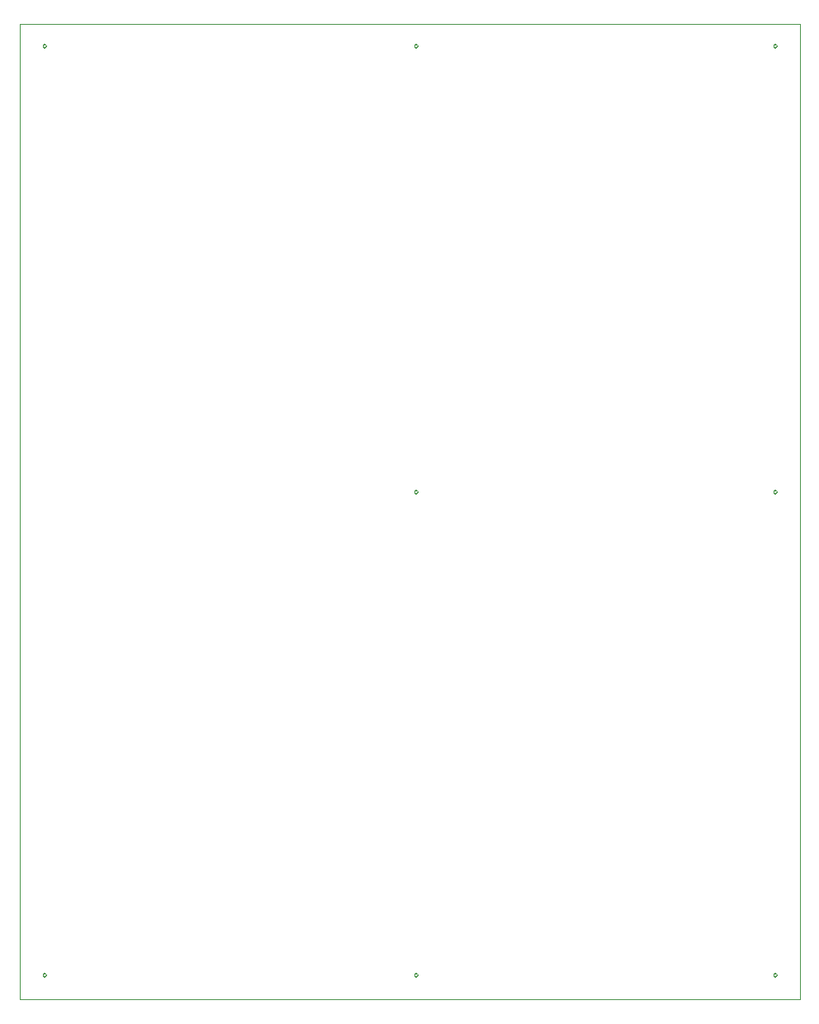
<source format=gbp>
G75*
%MOIN*%
%OFA0B0*%
%FSLAX25Y25*%
%IPPOS*%
%LPD*%
%AMOC8*
5,1,8,0,0,1.08239X$1,22.5*
%
%ADD10C,0.00000*%
D10*
X0001000Y0001000D02*
X0001000Y0394701D01*
X0315961Y0394701D01*
X0315961Y0001000D01*
X0001000Y0001000D01*
X0010311Y0011000D02*
X0010313Y0011052D01*
X0010319Y0011104D01*
X0010329Y0011155D01*
X0010342Y0011205D01*
X0010360Y0011255D01*
X0010381Y0011302D01*
X0010405Y0011348D01*
X0010434Y0011392D01*
X0010465Y0011434D01*
X0010499Y0011473D01*
X0010536Y0011510D01*
X0010576Y0011543D01*
X0010619Y0011574D01*
X0010663Y0011601D01*
X0010709Y0011625D01*
X0010758Y0011645D01*
X0010807Y0011661D01*
X0010858Y0011674D01*
X0010909Y0011683D01*
X0010961Y0011688D01*
X0011013Y0011689D01*
X0011065Y0011686D01*
X0011117Y0011679D01*
X0011168Y0011668D01*
X0011218Y0011654D01*
X0011267Y0011635D01*
X0011314Y0011613D01*
X0011359Y0011588D01*
X0011403Y0011559D01*
X0011444Y0011527D01*
X0011483Y0011492D01*
X0011518Y0011454D01*
X0011551Y0011413D01*
X0011581Y0011371D01*
X0011607Y0011326D01*
X0011630Y0011279D01*
X0011649Y0011230D01*
X0011665Y0011180D01*
X0011677Y0011130D01*
X0011685Y0011078D01*
X0011689Y0011026D01*
X0011689Y0010974D01*
X0011685Y0010922D01*
X0011677Y0010870D01*
X0011665Y0010820D01*
X0011649Y0010770D01*
X0011630Y0010721D01*
X0011607Y0010674D01*
X0011581Y0010629D01*
X0011551Y0010587D01*
X0011518Y0010546D01*
X0011483Y0010508D01*
X0011444Y0010473D01*
X0011403Y0010441D01*
X0011359Y0010412D01*
X0011314Y0010387D01*
X0011267Y0010365D01*
X0011218Y0010346D01*
X0011168Y0010332D01*
X0011117Y0010321D01*
X0011065Y0010314D01*
X0011013Y0010311D01*
X0010961Y0010312D01*
X0010909Y0010317D01*
X0010858Y0010326D01*
X0010807Y0010339D01*
X0010758Y0010355D01*
X0010709Y0010375D01*
X0010663Y0010399D01*
X0010619Y0010426D01*
X0010576Y0010457D01*
X0010536Y0010490D01*
X0010499Y0010527D01*
X0010465Y0010566D01*
X0010434Y0010608D01*
X0010405Y0010652D01*
X0010381Y0010698D01*
X0010360Y0010745D01*
X0010342Y0010795D01*
X0010329Y0010845D01*
X0010319Y0010896D01*
X0010313Y0010948D01*
X0010311Y0011000D01*
X0160311Y0011000D02*
X0160313Y0011052D01*
X0160319Y0011104D01*
X0160329Y0011155D01*
X0160342Y0011205D01*
X0160360Y0011255D01*
X0160381Y0011302D01*
X0160405Y0011348D01*
X0160434Y0011392D01*
X0160465Y0011434D01*
X0160499Y0011473D01*
X0160536Y0011510D01*
X0160576Y0011543D01*
X0160619Y0011574D01*
X0160663Y0011601D01*
X0160709Y0011625D01*
X0160758Y0011645D01*
X0160807Y0011661D01*
X0160858Y0011674D01*
X0160909Y0011683D01*
X0160961Y0011688D01*
X0161013Y0011689D01*
X0161065Y0011686D01*
X0161117Y0011679D01*
X0161168Y0011668D01*
X0161218Y0011654D01*
X0161267Y0011635D01*
X0161314Y0011613D01*
X0161359Y0011588D01*
X0161403Y0011559D01*
X0161444Y0011527D01*
X0161483Y0011492D01*
X0161518Y0011454D01*
X0161551Y0011413D01*
X0161581Y0011371D01*
X0161607Y0011326D01*
X0161630Y0011279D01*
X0161649Y0011230D01*
X0161665Y0011180D01*
X0161677Y0011130D01*
X0161685Y0011078D01*
X0161689Y0011026D01*
X0161689Y0010974D01*
X0161685Y0010922D01*
X0161677Y0010870D01*
X0161665Y0010820D01*
X0161649Y0010770D01*
X0161630Y0010721D01*
X0161607Y0010674D01*
X0161581Y0010629D01*
X0161551Y0010587D01*
X0161518Y0010546D01*
X0161483Y0010508D01*
X0161444Y0010473D01*
X0161403Y0010441D01*
X0161359Y0010412D01*
X0161314Y0010387D01*
X0161267Y0010365D01*
X0161218Y0010346D01*
X0161168Y0010332D01*
X0161117Y0010321D01*
X0161065Y0010314D01*
X0161013Y0010311D01*
X0160961Y0010312D01*
X0160909Y0010317D01*
X0160858Y0010326D01*
X0160807Y0010339D01*
X0160758Y0010355D01*
X0160709Y0010375D01*
X0160663Y0010399D01*
X0160619Y0010426D01*
X0160576Y0010457D01*
X0160536Y0010490D01*
X0160499Y0010527D01*
X0160465Y0010566D01*
X0160434Y0010608D01*
X0160405Y0010652D01*
X0160381Y0010698D01*
X0160360Y0010745D01*
X0160342Y0010795D01*
X0160329Y0010845D01*
X0160319Y0010896D01*
X0160313Y0010948D01*
X0160311Y0011000D01*
X0305311Y0011000D02*
X0305313Y0011052D01*
X0305319Y0011104D01*
X0305329Y0011155D01*
X0305342Y0011205D01*
X0305360Y0011255D01*
X0305381Y0011302D01*
X0305405Y0011348D01*
X0305434Y0011392D01*
X0305465Y0011434D01*
X0305499Y0011473D01*
X0305536Y0011510D01*
X0305576Y0011543D01*
X0305619Y0011574D01*
X0305663Y0011601D01*
X0305709Y0011625D01*
X0305758Y0011645D01*
X0305807Y0011661D01*
X0305858Y0011674D01*
X0305909Y0011683D01*
X0305961Y0011688D01*
X0306013Y0011689D01*
X0306065Y0011686D01*
X0306117Y0011679D01*
X0306168Y0011668D01*
X0306218Y0011654D01*
X0306267Y0011635D01*
X0306314Y0011613D01*
X0306359Y0011588D01*
X0306403Y0011559D01*
X0306444Y0011527D01*
X0306483Y0011492D01*
X0306518Y0011454D01*
X0306551Y0011413D01*
X0306581Y0011371D01*
X0306607Y0011326D01*
X0306630Y0011279D01*
X0306649Y0011230D01*
X0306665Y0011180D01*
X0306677Y0011130D01*
X0306685Y0011078D01*
X0306689Y0011026D01*
X0306689Y0010974D01*
X0306685Y0010922D01*
X0306677Y0010870D01*
X0306665Y0010820D01*
X0306649Y0010770D01*
X0306630Y0010721D01*
X0306607Y0010674D01*
X0306581Y0010629D01*
X0306551Y0010587D01*
X0306518Y0010546D01*
X0306483Y0010508D01*
X0306444Y0010473D01*
X0306403Y0010441D01*
X0306359Y0010412D01*
X0306314Y0010387D01*
X0306267Y0010365D01*
X0306218Y0010346D01*
X0306168Y0010332D01*
X0306117Y0010321D01*
X0306065Y0010314D01*
X0306013Y0010311D01*
X0305961Y0010312D01*
X0305909Y0010317D01*
X0305858Y0010326D01*
X0305807Y0010339D01*
X0305758Y0010355D01*
X0305709Y0010375D01*
X0305663Y0010399D01*
X0305619Y0010426D01*
X0305576Y0010457D01*
X0305536Y0010490D01*
X0305499Y0010527D01*
X0305465Y0010566D01*
X0305434Y0010608D01*
X0305405Y0010652D01*
X0305381Y0010698D01*
X0305360Y0010745D01*
X0305342Y0010795D01*
X0305329Y0010845D01*
X0305319Y0010896D01*
X0305313Y0010948D01*
X0305311Y0011000D01*
X0305311Y0206000D02*
X0305313Y0206052D01*
X0305319Y0206104D01*
X0305329Y0206155D01*
X0305342Y0206205D01*
X0305360Y0206255D01*
X0305381Y0206302D01*
X0305405Y0206348D01*
X0305434Y0206392D01*
X0305465Y0206434D01*
X0305499Y0206473D01*
X0305536Y0206510D01*
X0305576Y0206543D01*
X0305619Y0206574D01*
X0305663Y0206601D01*
X0305709Y0206625D01*
X0305758Y0206645D01*
X0305807Y0206661D01*
X0305858Y0206674D01*
X0305909Y0206683D01*
X0305961Y0206688D01*
X0306013Y0206689D01*
X0306065Y0206686D01*
X0306117Y0206679D01*
X0306168Y0206668D01*
X0306218Y0206654D01*
X0306267Y0206635D01*
X0306314Y0206613D01*
X0306359Y0206588D01*
X0306403Y0206559D01*
X0306444Y0206527D01*
X0306483Y0206492D01*
X0306518Y0206454D01*
X0306551Y0206413D01*
X0306581Y0206371D01*
X0306607Y0206326D01*
X0306630Y0206279D01*
X0306649Y0206230D01*
X0306665Y0206180D01*
X0306677Y0206130D01*
X0306685Y0206078D01*
X0306689Y0206026D01*
X0306689Y0205974D01*
X0306685Y0205922D01*
X0306677Y0205870D01*
X0306665Y0205820D01*
X0306649Y0205770D01*
X0306630Y0205721D01*
X0306607Y0205674D01*
X0306581Y0205629D01*
X0306551Y0205587D01*
X0306518Y0205546D01*
X0306483Y0205508D01*
X0306444Y0205473D01*
X0306403Y0205441D01*
X0306359Y0205412D01*
X0306314Y0205387D01*
X0306267Y0205365D01*
X0306218Y0205346D01*
X0306168Y0205332D01*
X0306117Y0205321D01*
X0306065Y0205314D01*
X0306013Y0205311D01*
X0305961Y0205312D01*
X0305909Y0205317D01*
X0305858Y0205326D01*
X0305807Y0205339D01*
X0305758Y0205355D01*
X0305709Y0205375D01*
X0305663Y0205399D01*
X0305619Y0205426D01*
X0305576Y0205457D01*
X0305536Y0205490D01*
X0305499Y0205527D01*
X0305465Y0205566D01*
X0305434Y0205608D01*
X0305405Y0205652D01*
X0305381Y0205698D01*
X0305360Y0205745D01*
X0305342Y0205795D01*
X0305329Y0205845D01*
X0305319Y0205896D01*
X0305313Y0205948D01*
X0305311Y0206000D01*
X0305311Y0386000D02*
X0305313Y0386052D01*
X0305319Y0386104D01*
X0305329Y0386155D01*
X0305342Y0386205D01*
X0305360Y0386255D01*
X0305381Y0386302D01*
X0305405Y0386348D01*
X0305434Y0386392D01*
X0305465Y0386434D01*
X0305499Y0386473D01*
X0305536Y0386510D01*
X0305576Y0386543D01*
X0305619Y0386574D01*
X0305663Y0386601D01*
X0305709Y0386625D01*
X0305758Y0386645D01*
X0305807Y0386661D01*
X0305858Y0386674D01*
X0305909Y0386683D01*
X0305961Y0386688D01*
X0306013Y0386689D01*
X0306065Y0386686D01*
X0306117Y0386679D01*
X0306168Y0386668D01*
X0306218Y0386654D01*
X0306267Y0386635D01*
X0306314Y0386613D01*
X0306359Y0386588D01*
X0306403Y0386559D01*
X0306444Y0386527D01*
X0306483Y0386492D01*
X0306518Y0386454D01*
X0306551Y0386413D01*
X0306581Y0386371D01*
X0306607Y0386326D01*
X0306630Y0386279D01*
X0306649Y0386230D01*
X0306665Y0386180D01*
X0306677Y0386130D01*
X0306685Y0386078D01*
X0306689Y0386026D01*
X0306689Y0385974D01*
X0306685Y0385922D01*
X0306677Y0385870D01*
X0306665Y0385820D01*
X0306649Y0385770D01*
X0306630Y0385721D01*
X0306607Y0385674D01*
X0306581Y0385629D01*
X0306551Y0385587D01*
X0306518Y0385546D01*
X0306483Y0385508D01*
X0306444Y0385473D01*
X0306403Y0385441D01*
X0306359Y0385412D01*
X0306314Y0385387D01*
X0306267Y0385365D01*
X0306218Y0385346D01*
X0306168Y0385332D01*
X0306117Y0385321D01*
X0306065Y0385314D01*
X0306013Y0385311D01*
X0305961Y0385312D01*
X0305909Y0385317D01*
X0305858Y0385326D01*
X0305807Y0385339D01*
X0305758Y0385355D01*
X0305709Y0385375D01*
X0305663Y0385399D01*
X0305619Y0385426D01*
X0305576Y0385457D01*
X0305536Y0385490D01*
X0305499Y0385527D01*
X0305465Y0385566D01*
X0305434Y0385608D01*
X0305405Y0385652D01*
X0305381Y0385698D01*
X0305360Y0385745D01*
X0305342Y0385795D01*
X0305329Y0385845D01*
X0305319Y0385896D01*
X0305313Y0385948D01*
X0305311Y0386000D01*
X0160311Y0386000D02*
X0160313Y0386052D01*
X0160319Y0386104D01*
X0160329Y0386155D01*
X0160342Y0386205D01*
X0160360Y0386255D01*
X0160381Y0386302D01*
X0160405Y0386348D01*
X0160434Y0386392D01*
X0160465Y0386434D01*
X0160499Y0386473D01*
X0160536Y0386510D01*
X0160576Y0386543D01*
X0160619Y0386574D01*
X0160663Y0386601D01*
X0160709Y0386625D01*
X0160758Y0386645D01*
X0160807Y0386661D01*
X0160858Y0386674D01*
X0160909Y0386683D01*
X0160961Y0386688D01*
X0161013Y0386689D01*
X0161065Y0386686D01*
X0161117Y0386679D01*
X0161168Y0386668D01*
X0161218Y0386654D01*
X0161267Y0386635D01*
X0161314Y0386613D01*
X0161359Y0386588D01*
X0161403Y0386559D01*
X0161444Y0386527D01*
X0161483Y0386492D01*
X0161518Y0386454D01*
X0161551Y0386413D01*
X0161581Y0386371D01*
X0161607Y0386326D01*
X0161630Y0386279D01*
X0161649Y0386230D01*
X0161665Y0386180D01*
X0161677Y0386130D01*
X0161685Y0386078D01*
X0161689Y0386026D01*
X0161689Y0385974D01*
X0161685Y0385922D01*
X0161677Y0385870D01*
X0161665Y0385820D01*
X0161649Y0385770D01*
X0161630Y0385721D01*
X0161607Y0385674D01*
X0161581Y0385629D01*
X0161551Y0385587D01*
X0161518Y0385546D01*
X0161483Y0385508D01*
X0161444Y0385473D01*
X0161403Y0385441D01*
X0161359Y0385412D01*
X0161314Y0385387D01*
X0161267Y0385365D01*
X0161218Y0385346D01*
X0161168Y0385332D01*
X0161117Y0385321D01*
X0161065Y0385314D01*
X0161013Y0385311D01*
X0160961Y0385312D01*
X0160909Y0385317D01*
X0160858Y0385326D01*
X0160807Y0385339D01*
X0160758Y0385355D01*
X0160709Y0385375D01*
X0160663Y0385399D01*
X0160619Y0385426D01*
X0160576Y0385457D01*
X0160536Y0385490D01*
X0160499Y0385527D01*
X0160465Y0385566D01*
X0160434Y0385608D01*
X0160405Y0385652D01*
X0160381Y0385698D01*
X0160360Y0385745D01*
X0160342Y0385795D01*
X0160329Y0385845D01*
X0160319Y0385896D01*
X0160313Y0385948D01*
X0160311Y0386000D01*
X0160311Y0206000D02*
X0160313Y0206052D01*
X0160319Y0206104D01*
X0160329Y0206155D01*
X0160342Y0206205D01*
X0160360Y0206255D01*
X0160381Y0206302D01*
X0160405Y0206348D01*
X0160434Y0206392D01*
X0160465Y0206434D01*
X0160499Y0206473D01*
X0160536Y0206510D01*
X0160576Y0206543D01*
X0160619Y0206574D01*
X0160663Y0206601D01*
X0160709Y0206625D01*
X0160758Y0206645D01*
X0160807Y0206661D01*
X0160858Y0206674D01*
X0160909Y0206683D01*
X0160961Y0206688D01*
X0161013Y0206689D01*
X0161065Y0206686D01*
X0161117Y0206679D01*
X0161168Y0206668D01*
X0161218Y0206654D01*
X0161267Y0206635D01*
X0161314Y0206613D01*
X0161359Y0206588D01*
X0161403Y0206559D01*
X0161444Y0206527D01*
X0161483Y0206492D01*
X0161518Y0206454D01*
X0161551Y0206413D01*
X0161581Y0206371D01*
X0161607Y0206326D01*
X0161630Y0206279D01*
X0161649Y0206230D01*
X0161665Y0206180D01*
X0161677Y0206130D01*
X0161685Y0206078D01*
X0161689Y0206026D01*
X0161689Y0205974D01*
X0161685Y0205922D01*
X0161677Y0205870D01*
X0161665Y0205820D01*
X0161649Y0205770D01*
X0161630Y0205721D01*
X0161607Y0205674D01*
X0161581Y0205629D01*
X0161551Y0205587D01*
X0161518Y0205546D01*
X0161483Y0205508D01*
X0161444Y0205473D01*
X0161403Y0205441D01*
X0161359Y0205412D01*
X0161314Y0205387D01*
X0161267Y0205365D01*
X0161218Y0205346D01*
X0161168Y0205332D01*
X0161117Y0205321D01*
X0161065Y0205314D01*
X0161013Y0205311D01*
X0160961Y0205312D01*
X0160909Y0205317D01*
X0160858Y0205326D01*
X0160807Y0205339D01*
X0160758Y0205355D01*
X0160709Y0205375D01*
X0160663Y0205399D01*
X0160619Y0205426D01*
X0160576Y0205457D01*
X0160536Y0205490D01*
X0160499Y0205527D01*
X0160465Y0205566D01*
X0160434Y0205608D01*
X0160405Y0205652D01*
X0160381Y0205698D01*
X0160360Y0205745D01*
X0160342Y0205795D01*
X0160329Y0205845D01*
X0160319Y0205896D01*
X0160313Y0205948D01*
X0160311Y0206000D01*
X0010311Y0386000D02*
X0010313Y0386052D01*
X0010319Y0386104D01*
X0010329Y0386155D01*
X0010342Y0386205D01*
X0010360Y0386255D01*
X0010381Y0386302D01*
X0010405Y0386348D01*
X0010434Y0386392D01*
X0010465Y0386434D01*
X0010499Y0386473D01*
X0010536Y0386510D01*
X0010576Y0386543D01*
X0010619Y0386574D01*
X0010663Y0386601D01*
X0010709Y0386625D01*
X0010758Y0386645D01*
X0010807Y0386661D01*
X0010858Y0386674D01*
X0010909Y0386683D01*
X0010961Y0386688D01*
X0011013Y0386689D01*
X0011065Y0386686D01*
X0011117Y0386679D01*
X0011168Y0386668D01*
X0011218Y0386654D01*
X0011267Y0386635D01*
X0011314Y0386613D01*
X0011359Y0386588D01*
X0011403Y0386559D01*
X0011444Y0386527D01*
X0011483Y0386492D01*
X0011518Y0386454D01*
X0011551Y0386413D01*
X0011581Y0386371D01*
X0011607Y0386326D01*
X0011630Y0386279D01*
X0011649Y0386230D01*
X0011665Y0386180D01*
X0011677Y0386130D01*
X0011685Y0386078D01*
X0011689Y0386026D01*
X0011689Y0385974D01*
X0011685Y0385922D01*
X0011677Y0385870D01*
X0011665Y0385820D01*
X0011649Y0385770D01*
X0011630Y0385721D01*
X0011607Y0385674D01*
X0011581Y0385629D01*
X0011551Y0385587D01*
X0011518Y0385546D01*
X0011483Y0385508D01*
X0011444Y0385473D01*
X0011403Y0385441D01*
X0011359Y0385412D01*
X0011314Y0385387D01*
X0011267Y0385365D01*
X0011218Y0385346D01*
X0011168Y0385332D01*
X0011117Y0385321D01*
X0011065Y0385314D01*
X0011013Y0385311D01*
X0010961Y0385312D01*
X0010909Y0385317D01*
X0010858Y0385326D01*
X0010807Y0385339D01*
X0010758Y0385355D01*
X0010709Y0385375D01*
X0010663Y0385399D01*
X0010619Y0385426D01*
X0010576Y0385457D01*
X0010536Y0385490D01*
X0010499Y0385527D01*
X0010465Y0385566D01*
X0010434Y0385608D01*
X0010405Y0385652D01*
X0010381Y0385698D01*
X0010360Y0385745D01*
X0010342Y0385795D01*
X0010329Y0385845D01*
X0010319Y0385896D01*
X0010313Y0385948D01*
X0010311Y0386000D01*
M02*

</source>
